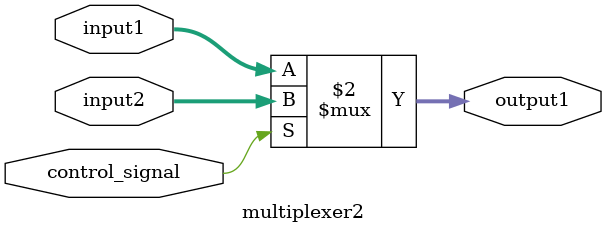
<source format=v>
`include "opcodes.v"

module multiplexer2 (
	input [1:0] input1,
	input [1:0] input2,
	input control_signal,

	output [1:0] output1
);


	assign output1 = ((control_signal == 0) ? input1 : input2);



endmodule


//FIN

</source>
